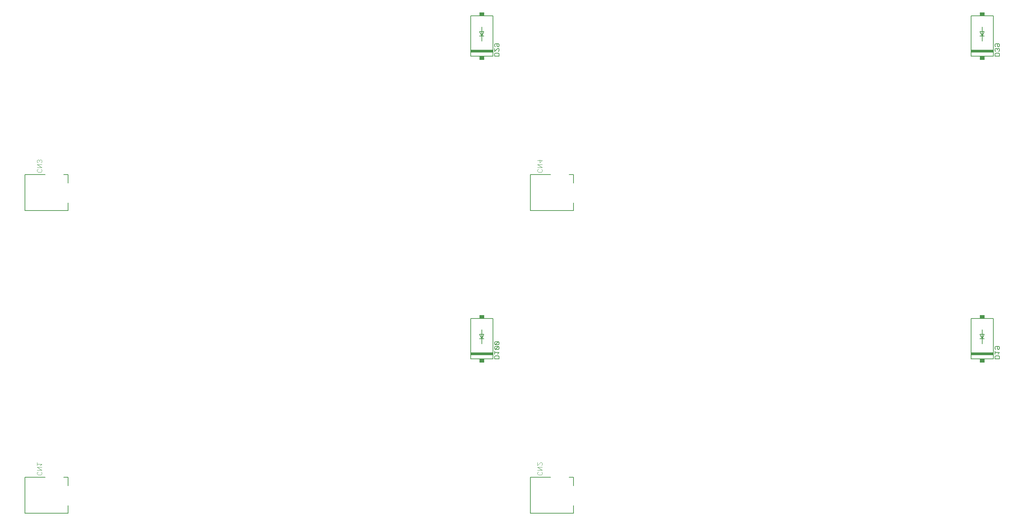
<source format=gbo>
G75*
%MOIN*%
%OFA0B0*%
%FSLAX25Y25*%
%IPPOS*%
%LPD*%
%AMOC8*
5,1,8,0,0,1.08239X$1,22.5*
%
%ADD10C,0.00600*%
%ADD11R,0.22000X0.03000*%
%ADD12R,0.05000X0.03500*%
%ADD13C,0.00500*%
%ADD14C,0.00800*%
%ADD15C,0.00400*%
D10*
X0459000Y0202679D02*
X0459000Y0242679D01*
X0481000Y0242679D01*
X0481000Y0202679D01*
X0459000Y0202679D01*
X0470000Y0217679D02*
X0470000Y0222679D01*
X0467700Y0222679D01*
X0470000Y0222679D02*
X0470000Y0231679D01*
X0467700Y0227179D02*
X0470000Y0222679D01*
X0472300Y0227179D01*
X0467700Y0227179D01*
X0470000Y0222679D02*
X0472300Y0222679D01*
X0481000Y0502679D02*
X0459000Y0502679D01*
X0459000Y0542679D01*
X0481000Y0542679D01*
X0481000Y0502679D01*
X0470000Y0517679D02*
X0470000Y0522679D01*
X0467700Y0522679D01*
X0470000Y0522679D02*
X0470000Y0531679D01*
X0467700Y0527179D02*
X0470000Y0522679D01*
X0472300Y0527179D01*
X0467700Y0527179D01*
X0470000Y0522679D02*
X0472300Y0522679D01*
X0954000Y0542679D02*
X0954000Y0502679D01*
X0976000Y0502679D01*
X0976000Y0542679D01*
X0954000Y0542679D01*
X0965000Y0531679D02*
X0965000Y0522679D01*
X0962700Y0522679D01*
X0965000Y0522679D02*
X0962700Y0527179D01*
X0967300Y0527179D01*
X0965000Y0522679D01*
X0967300Y0522679D01*
X0965000Y0522679D02*
X0965000Y0517679D01*
X0954000Y0242679D02*
X0954000Y0202679D01*
X0976000Y0202679D01*
X0976000Y0242679D01*
X0954000Y0242679D01*
X0965000Y0231679D02*
X0965000Y0222679D01*
X0962700Y0222679D01*
X0965000Y0222679D02*
X0962700Y0227179D01*
X0967300Y0227179D01*
X0965000Y0222679D01*
X0967300Y0222679D01*
X0965000Y0222679D02*
X0965000Y0217679D01*
D11*
X0965000Y0207679D03*
X0470000Y0207679D03*
X0470000Y0507679D03*
X0965000Y0507679D03*
D12*
X0965000Y0500929D03*
X0965000Y0544429D03*
X0470000Y0544429D03*
X0470000Y0500929D03*
X0470000Y0244429D03*
X0470000Y0200929D03*
X0965000Y0200929D03*
X0965000Y0244429D03*
D13*
X0978501Y0215139D02*
X0981503Y0215139D01*
X0982254Y0214388D01*
X0982254Y0212887D01*
X0981503Y0212136D01*
X0980753Y0212136D01*
X0980002Y0212887D01*
X0980002Y0215139D01*
X0978501Y0215139D02*
X0977750Y0214388D01*
X0977750Y0212887D01*
X0978501Y0212136D01*
X0977750Y0210535D02*
X0977750Y0207532D01*
X0977750Y0209034D02*
X0982254Y0209034D01*
X0980753Y0207532D01*
X0981503Y0205931D02*
X0982254Y0205180D01*
X0982254Y0202929D01*
X0977750Y0202929D01*
X0977750Y0205180D01*
X0978501Y0205931D01*
X0981503Y0205931D01*
X0487254Y0205180D02*
X0487254Y0202929D01*
X0482750Y0202929D01*
X0482750Y0205180D01*
X0483501Y0205931D01*
X0486503Y0205931D01*
X0487254Y0205180D01*
X0485753Y0207532D02*
X0487254Y0209034D01*
X0482750Y0209034D01*
X0482750Y0210535D02*
X0482750Y0207532D01*
X0483501Y0212136D02*
X0486503Y0215139D01*
X0483501Y0215139D01*
X0482750Y0214388D01*
X0482750Y0212887D01*
X0483501Y0212136D01*
X0486503Y0212136D01*
X0487254Y0212887D01*
X0487254Y0214388D01*
X0486503Y0215139D01*
X0486503Y0216740D02*
X0487254Y0217491D01*
X0487254Y0218992D01*
X0486503Y0219743D01*
X0483501Y0216740D01*
X0482750Y0217491D01*
X0482750Y0218992D01*
X0483501Y0219743D01*
X0486503Y0219743D01*
X0486503Y0216740D02*
X0483501Y0216740D01*
X0482750Y0502929D02*
X0482750Y0505180D01*
X0483501Y0505931D01*
X0486503Y0505931D01*
X0487254Y0505180D01*
X0487254Y0502929D01*
X0482750Y0502929D01*
X0482750Y0507532D02*
X0485753Y0510535D01*
X0486503Y0510535D01*
X0487254Y0509784D01*
X0487254Y0508283D01*
X0486503Y0507532D01*
X0482750Y0507532D02*
X0482750Y0510535D01*
X0483501Y0512136D02*
X0482750Y0512887D01*
X0482750Y0514388D01*
X0483501Y0515139D01*
X0486503Y0515139D01*
X0487254Y0514388D01*
X0487254Y0512887D01*
X0486503Y0512136D01*
X0485753Y0512136D01*
X0485002Y0512887D01*
X0485002Y0515139D01*
X0977750Y0514388D02*
X0977750Y0512887D01*
X0978501Y0512136D01*
X0978501Y0510535D02*
X0977750Y0509784D01*
X0977750Y0508283D01*
X0978501Y0507532D01*
X0978501Y0505931D02*
X0981503Y0505931D01*
X0982254Y0505180D01*
X0982254Y0502929D01*
X0977750Y0502929D01*
X0977750Y0505180D01*
X0978501Y0505931D01*
X0981503Y0507532D02*
X0982254Y0508283D01*
X0982254Y0509784D01*
X0981503Y0510535D01*
X0980753Y0510535D01*
X0980002Y0509784D01*
X0979251Y0510535D01*
X0978501Y0510535D01*
X0980002Y0509784D02*
X0980002Y0509034D01*
X0980753Y0512136D02*
X0980002Y0512887D01*
X0980002Y0515139D01*
X0978501Y0515139D02*
X0981503Y0515139D01*
X0982254Y0514388D01*
X0982254Y0512887D01*
X0981503Y0512136D01*
X0980753Y0512136D01*
X0977750Y0514388D02*
X0978501Y0515139D01*
D14*
X0017992Y0085395D02*
X0017992Y0049962D01*
X0060906Y0049962D01*
X0060906Y0057442D01*
X0060906Y0077127D02*
X0060906Y0085395D01*
X0056575Y0085395D01*
X0038071Y0085395D02*
X0017992Y0085395D01*
X0017992Y0349962D02*
X0017992Y0385395D01*
X0038071Y0385395D01*
X0056575Y0385395D02*
X0060906Y0385395D01*
X0060906Y0377127D01*
X0060906Y0357442D02*
X0060906Y0349962D01*
X0017992Y0349962D01*
X0517992Y0349962D02*
X0517992Y0385395D01*
X0538071Y0385395D01*
X0556575Y0385395D02*
X0560906Y0385395D01*
X0560906Y0377127D01*
X0560906Y0357442D02*
X0560906Y0349962D01*
X0517992Y0349962D01*
X0517992Y0085395D02*
X0517992Y0049962D01*
X0560906Y0049962D01*
X0560906Y0057442D01*
X0560906Y0077127D02*
X0560906Y0085395D01*
X0556575Y0085395D01*
X0538071Y0085395D02*
X0517992Y0085395D01*
D15*
X0525200Y0088646D02*
X0525200Y0090180D01*
X0525967Y0090948D01*
X0525200Y0092482D02*
X0529804Y0092482D01*
X0525200Y0095552D01*
X0529804Y0095552D01*
X0529037Y0097086D02*
X0529804Y0097854D01*
X0529804Y0099388D01*
X0529037Y0100156D01*
X0528269Y0100156D01*
X0525200Y0097086D01*
X0525200Y0100156D01*
X0529037Y0090948D02*
X0529804Y0090180D01*
X0529804Y0088646D01*
X0529037Y0087879D01*
X0525967Y0087879D01*
X0525200Y0088646D01*
X0034804Y0088646D02*
X0034037Y0087879D01*
X0030967Y0087879D01*
X0030200Y0088646D01*
X0030200Y0090180D01*
X0030967Y0090948D01*
X0030200Y0092482D02*
X0034804Y0092482D01*
X0030200Y0095552D01*
X0034804Y0095552D01*
X0033269Y0097086D02*
X0034804Y0098621D01*
X0030200Y0098621D01*
X0030200Y0097086D02*
X0030200Y0100156D01*
X0034037Y0090948D02*
X0034804Y0090180D01*
X0034804Y0088646D01*
X0034037Y0387879D02*
X0030967Y0387879D01*
X0030200Y0388646D01*
X0030200Y0390180D01*
X0030967Y0390948D01*
X0030200Y0392482D02*
X0034804Y0392482D01*
X0030200Y0395552D01*
X0034804Y0395552D01*
X0034037Y0397086D02*
X0034804Y0397854D01*
X0034804Y0399388D01*
X0034037Y0400156D01*
X0033269Y0400156D01*
X0032502Y0399388D01*
X0031735Y0400156D01*
X0030967Y0400156D01*
X0030200Y0399388D01*
X0030200Y0397854D01*
X0030967Y0397086D01*
X0032502Y0398621D02*
X0032502Y0399388D01*
X0034037Y0390948D02*
X0034804Y0390180D01*
X0034804Y0388646D01*
X0034037Y0387879D01*
X0525200Y0388646D02*
X0525200Y0390180D01*
X0525967Y0390948D01*
X0525200Y0392482D02*
X0529804Y0392482D01*
X0525200Y0395552D01*
X0529804Y0395552D01*
X0527502Y0397086D02*
X0527502Y0400156D01*
X0529804Y0399388D02*
X0527502Y0397086D01*
X0525200Y0399388D02*
X0529804Y0399388D01*
X0529037Y0390948D02*
X0529804Y0390180D01*
X0529804Y0388646D01*
X0529037Y0387879D01*
X0525967Y0387879D01*
X0525200Y0388646D01*
M02*

</source>
